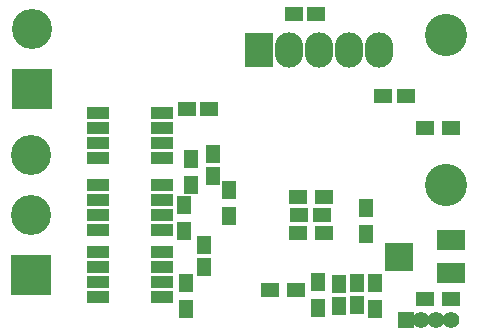
<source format=gbr>
G04 #@! TF.FileFunction,Soldermask,Top*
%FSLAX46Y46*%
G04 Gerber Fmt 4.6, Leading zero omitted, Abs format (unit mm)*
G04 Created by KiCad (PCBNEW 4.0.7) date 05/27/18 15:14:11*
%MOMM*%
%LPD*%
G01*
G04 APERTURE LIST*
%ADD10C,0.100000*%
%ADD11R,1.950000X1.000000*%
%ADD12R,1.600000X1.150000*%
%ADD13R,1.300000X1.600000*%
%ADD14R,1.600000X1.300000*%
%ADD15R,1.150000X1.600000*%
%ADD16C,1.416000*%
%ADD17R,1.416000X1.416000*%
%ADD18R,2.400000X1.700000*%
%ADD19R,2.400000X2.400000*%
%ADD20R,2.400000X3.000000*%
%ADD21O,2.400000X3.000000*%
%ADD22C,3.575000*%
%ADD23R,3.400000X3.400000*%
%ADD24C,3.400000*%
G04 APERTURE END LIST*
D10*
D11*
X69883000Y-81597500D03*
X69883000Y-80327500D03*
X69883000Y-79057500D03*
X69883000Y-77787500D03*
X64483000Y-77787500D03*
X64483000Y-79057500D03*
X64483000Y-80327500D03*
X64483000Y-81597500D03*
D12*
X81092000Y-69405500D03*
X82992000Y-69405500D03*
X88648500Y-76327000D03*
X90548500Y-76327000D03*
D13*
X87947500Y-92118000D03*
X87947500Y-94318000D03*
D14*
X92181500Y-93472000D03*
X94381500Y-93472000D03*
D13*
X83121500Y-94254500D03*
X83121500Y-92054500D03*
D14*
X81300500Y-92710000D03*
X79100500Y-92710000D03*
D15*
X86423500Y-92141000D03*
X86423500Y-94041000D03*
X84899500Y-92204500D03*
X84899500Y-94104500D03*
D12*
X81536500Y-86423500D03*
X83436500Y-86423500D03*
D15*
X73469500Y-88902500D03*
X73469500Y-90802500D03*
D12*
X73911500Y-77406500D03*
X72011500Y-77406500D03*
D15*
X74231500Y-81219000D03*
X74231500Y-83119000D03*
D16*
X94361000Y-95250000D03*
X93091000Y-95250000D03*
D17*
X90551000Y-95250000D03*
D16*
X91821000Y-95250000D03*
D14*
X83650000Y-87947500D03*
X81450000Y-87947500D03*
X83650000Y-84836000D03*
X81450000Y-84836000D03*
X94381500Y-78994000D03*
X92181500Y-78994000D03*
D13*
X87185500Y-85768000D03*
X87185500Y-87968000D03*
X71945500Y-92118000D03*
X71945500Y-94318000D03*
X75628500Y-84307500D03*
X75628500Y-86507500D03*
X71818500Y-85577500D03*
X71818500Y-87777500D03*
X72390000Y-83840500D03*
X72390000Y-81640500D03*
D11*
X69883000Y-93345000D03*
X69883000Y-92075000D03*
X69883000Y-90805000D03*
X69883000Y-89535000D03*
X64483000Y-89535000D03*
X64483000Y-90805000D03*
X64483000Y-92075000D03*
X64483000Y-93345000D03*
X69883000Y-87630000D03*
X69883000Y-86360000D03*
X69883000Y-85090000D03*
X69883000Y-83820000D03*
X64483000Y-83820000D03*
X64483000Y-85090000D03*
X64483000Y-86360000D03*
X64483000Y-87630000D03*
D18*
X94389500Y-91316000D03*
D19*
X89969500Y-89916000D03*
D18*
X94389500Y-88516000D03*
D20*
X78168500Y-72453500D03*
D21*
X80708500Y-72453500D03*
X83248500Y-72453500D03*
X85788500Y-72453500D03*
X88328500Y-72453500D03*
D22*
X93980000Y-71120000D03*
X93980000Y-83820000D03*
D23*
X58928000Y-75755500D03*
D24*
X58928000Y-70675500D03*
X58864500Y-81343500D03*
D23*
X58864500Y-91503500D03*
D24*
X58864500Y-86423500D03*
M02*

</source>
